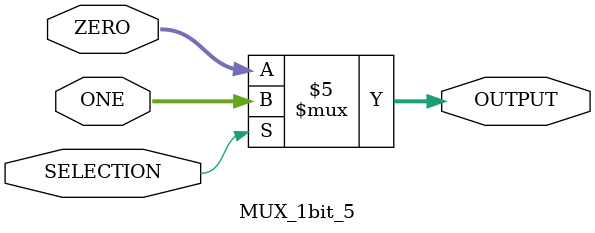
<source format=v>
`timescale 1ns / 1ps


module MUX_1bit_5(
    input SELECTION,
    input [4:0] ZERO,
    input [4:0] ONE,
    output reg [4:0] OUTPUT
    );
    
    initial begin
        OUTPUT = 0;
    end
    
    always @(*) begin
        if(SELECTION == 0)
            OUTPUT = ZERO;
        else
            OUTPUT = ONE;
    end
    
endmodule
</source>
